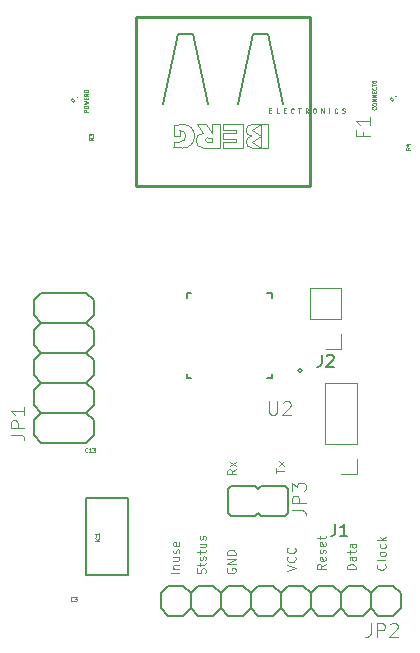
<source format=gbr>
%TF.GenerationSoftware,KiCad,Pcbnew,8.0.6*%
%TF.CreationDate,2024-11-27T18:57:58+00:00*%
%TF.ProjectId,wmk,776d6b2e-6b69-4636-9164-5f7063625858,rev?*%
%TF.SameCoordinates,Original*%
%TF.FileFunction,Legend,Top*%
%TF.FilePolarity,Positive*%
%FSLAX46Y46*%
G04 Gerber Fmt 4.6, Leading zero omitted, Abs format (unit mm)*
G04 Created by KiCad (PCBNEW 8.0.6) date 2024-11-27 18:57:58*
%MOMM*%
%LPD*%
G01*
G04 APERTURE LIST*
%ADD10C,0.065024*%
%ADD11C,0.150000*%
%ADD12C,0.114300*%
%ADD13C,0.083185*%
%ADD14C,0.032512*%
%ADD15C,0.093472*%
%ADD16C,0.120000*%
%ADD17C,0.152400*%
%ADD18C,0.254000*%
%ADD19C,0.050800*%
%ADD20C,0.063400*%
%ADD21C,0.125000*%
%ADD22C,0.127000*%
%ADD23C,0.200000*%
%ADD24C,0.203200*%
G04 APERTURE END LIST*
D10*
X162196088Y-100141679D02*
X162231697Y-100177287D01*
X162231697Y-100177287D02*
X162267305Y-100284113D01*
X162267305Y-100284113D02*
X162267305Y-100355329D01*
X162267305Y-100355329D02*
X162231697Y-100462154D01*
X162231697Y-100462154D02*
X162160480Y-100533371D01*
X162160480Y-100533371D02*
X162089263Y-100568980D01*
X162089263Y-100568980D02*
X161946829Y-100604588D01*
X161946829Y-100604588D02*
X161840004Y-100604588D01*
X161840004Y-100604588D02*
X161697571Y-100568980D01*
X161697571Y-100568980D02*
X161626354Y-100533371D01*
X161626354Y-100533371D02*
X161555137Y-100462154D01*
X161555137Y-100462154D02*
X161519529Y-100355329D01*
X161519529Y-100355329D02*
X161519529Y-100284113D01*
X161519529Y-100284113D02*
X161555137Y-100177287D01*
X161555137Y-100177287D02*
X161590746Y-100141679D01*
X162267305Y-99714378D02*
X162231697Y-99785595D01*
X162231697Y-99785595D02*
X162160480Y-99821204D01*
X162160480Y-99821204D02*
X161519529Y-99821204D01*
X162267305Y-99322686D02*
X162231697Y-99393903D01*
X162231697Y-99393903D02*
X162196088Y-99429512D01*
X162196088Y-99429512D02*
X162124871Y-99465120D01*
X162124871Y-99465120D02*
X161911221Y-99465120D01*
X161911221Y-99465120D02*
X161840004Y-99429512D01*
X161840004Y-99429512D02*
X161804396Y-99393903D01*
X161804396Y-99393903D02*
X161768788Y-99322686D01*
X161768788Y-99322686D02*
X161768788Y-99215861D01*
X161768788Y-99215861D02*
X161804396Y-99144645D01*
X161804396Y-99144645D02*
X161840004Y-99109036D01*
X161840004Y-99109036D02*
X161911221Y-99073428D01*
X161911221Y-99073428D02*
X162124871Y-99073428D01*
X162124871Y-99073428D02*
X162196088Y-99109036D01*
X162196088Y-99109036D02*
X162231697Y-99144645D01*
X162231697Y-99144645D02*
X162267305Y-99215861D01*
X162267305Y-99215861D02*
X162267305Y-99322686D01*
X162231697Y-98432477D02*
X162267305Y-98503694D01*
X162267305Y-98503694D02*
X162267305Y-98646127D01*
X162267305Y-98646127D02*
X162231697Y-98717344D01*
X162231697Y-98717344D02*
X162196088Y-98752953D01*
X162196088Y-98752953D02*
X162124871Y-98788561D01*
X162124871Y-98788561D02*
X161911221Y-98788561D01*
X161911221Y-98788561D02*
X161840004Y-98752953D01*
X161840004Y-98752953D02*
X161804396Y-98717344D01*
X161804396Y-98717344D02*
X161768788Y-98646127D01*
X161768788Y-98646127D02*
X161768788Y-98503694D01*
X161768788Y-98503694D02*
X161804396Y-98432477D01*
X162267305Y-98112002D02*
X161519529Y-98112002D01*
X161982438Y-98040785D02*
X162267305Y-97827135D01*
X161768788Y-97827135D02*
X162053655Y-98112002D01*
X146991697Y-100922088D02*
X147027305Y-100815263D01*
X147027305Y-100815263D02*
X147027305Y-100637221D01*
X147027305Y-100637221D02*
X146991697Y-100566004D01*
X146991697Y-100566004D02*
X146956088Y-100530396D01*
X146956088Y-100530396D02*
X146884871Y-100494787D01*
X146884871Y-100494787D02*
X146813655Y-100494787D01*
X146813655Y-100494787D02*
X146742438Y-100530396D01*
X146742438Y-100530396D02*
X146706829Y-100566004D01*
X146706829Y-100566004D02*
X146671221Y-100637221D01*
X146671221Y-100637221D02*
X146635613Y-100779654D01*
X146635613Y-100779654D02*
X146600004Y-100850871D01*
X146600004Y-100850871D02*
X146564396Y-100886480D01*
X146564396Y-100886480D02*
X146493179Y-100922088D01*
X146493179Y-100922088D02*
X146421962Y-100922088D01*
X146421962Y-100922088D02*
X146350746Y-100886480D01*
X146350746Y-100886480D02*
X146315137Y-100850871D01*
X146315137Y-100850871D02*
X146279529Y-100779654D01*
X146279529Y-100779654D02*
X146279529Y-100601613D01*
X146279529Y-100601613D02*
X146315137Y-100494787D01*
X146528788Y-100281137D02*
X146528788Y-99996270D01*
X146279529Y-100174312D02*
X146920480Y-100174312D01*
X146920480Y-100174312D02*
X146991697Y-100138703D01*
X146991697Y-100138703D02*
X147027305Y-100067486D01*
X147027305Y-100067486D02*
X147027305Y-99996270D01*
X146991697Y-99782619D02*
X147027305Y-99711402D01*
X147027305Y-99711402D02*
X147027305Y-99568969D01*
X147027305Y-99568969D02*
X146991697Y-99497752D01*
X146991697Y-99497752D02*
X146920480Y-99462144D01*
X146920480Y-99462144D02*
X146884871Y-99462144D01*
X146884871Y-99462144D02*
X146813655Y-99497752D01*
X146813655Y-99497752D02*
X146778046Y-99568969D01*
X146778046Y-99568969D02*
X146778046Y-99675794D01*
X146778046Y-99675794D02*
X146742438Y-99747011D01*
X146742438Y-99747011D02*
X146671221Y-99782619D01*
X146671221Y-99782619D02*
X146635613Y-99782619D01*
X146635613Y-99782619D02*
X146564396Y-99747011D01*
X146564396Y-99747011D02*
X146528788Y-99675794D01*
X146528788Y-99675794D02*
X146528788Y-99568969D01*
X146528788Y-99568969D02*
X146564396Y-99497752D01*
X146528788Y-99248494D02*
X146528788Y-98963627D01*
X146279529Y-99141669D02*
X146920480Y-99141669D01*
X146920480Y-99141669D02*
X146991697Y-99106060D01*
X146991697Y-99106060D02*
X147027305Y-99034843D01*
X147027305Y-99034843D02*
X147027305Y-98963627D01*
X146528788Y-98393892D02*
X147027305Y-98393892D01*
X146528788Y-98714368D02*
X146920480Y-98714368D01*
X146920480Y-98714368D02*
X146991697Y-98678759D01*
X146991697Y-98678759D02*
X147027305Y-98607542D01*
X147027305Y-98607542D02*
X147027305Y-98500717D01*
X147027305Y-98500717D02*
X146991697Y-98429501D01*
X146991697Y-98429501D02*
X146956088Y-98393892D01*
X146991697Y-98073417D02*
X147027305Y-98002200D01*
X147027305Y-98002200D02*
X147027305Y-97859767D01*
X147027305Y-97859767D02*
X146991697Y-97788550D01*
X146991697Y-97788550D02*
X146920480Y-97752942D01*
X146920480Y-97752942D02*
X146884871Y-97752942D01*
X146884871Y-97752942D02*
X146813655Y-97788550D01*
X146813655Y-97788550D02*
X146778046Y-97859767D01*
X146778046Y-97859767D02*
X146778046Y-97966592D01*
X146778046Y-97966592D02*
X146742438Y-98037809D01*
X146742438Y-98037809D02*
X146671221Y-98073417D01*
X146671221Y-98073417D02*
X146635613Y-98073417D01*
X146635613Y-98073417D02*
X146564396Y-98037809D01*
X146564396Y-98037809D02*
X146528788Y-97966592D01*
X146528788Y-97966592D02*
X146528788Y-97859767D01*
X146528788Y-97859767D02*
X146564396Y-97788550D01*
X159727305Y-100568980D02*
X158979529Y-100568980D01*
X158979529Y-100568980D02*
X158979529Y-100390938D01*
X158979529Y-100390938D02*
X159015137Y-100284113D01*
X159015137Y-100284113D02*
X159086354Y-100212896D01*
X159086354Y-100212896D02*
X159157571Y-100177287D01*
X159157571Y-100177287D02*
X159300004Y-100141679D01*
X159300004Y-100141679D02*
X159406829Y-100141679D01*
X159406829Y-100141679D02*
X159549263Y-100177287D01*
X159549263Y-100177287D02*
X159620480Y-100212896D01*
X159620480Y-100212896D02*
X159691697Y-100284113D01*
X159691697Y-100284113D02*
X159727305Y-100390938D01*
X159727305Y-100390938D02*
X159727305Y-100568980D01*
X159727305Y-99500728D02*
X159335613Y-99500728D01*
X159335613Y-99500728D02*
X159264396Y-99536337D01*
X159264396Y-99536337D02*
X159228788Y-99607553D01*
X159228788Y-99607553D02*
X159228788Y-99749987D01*
X159228788Y-99749987D02*
X159264396Y-99821204D01*
X159691697Y-99500728D02*
X159727305Y-99571945D01*
X159727305Y-99571945D02*
X159727305Y-99749987D01*
X159727305Y-99749987D02*
X159691697Y-99821204D01*
X159691697Y-99821204D02*
X159620480Y-99856812D01*
X159620480Y-99856812D02*
X159549263Y-99856812D01*
X159549263Y-99856812D02*
X159478046Y-99821204D01*
X159478046Y-99821204D02*
X159442438Y-99749987D01*
X159442438Y-99749987D02*
X159442438Y-99571945D01*
X159442438Y-99571945D02*
X159406829Y-99500728D01*
X159228788Y-99251470D02*
X159228788Y-98966603D01*
X158979529Y-99144645D02*
X159620480Y-99144645D01*
X159620480Y-99144645D02*
X159691697Y-99109036D01*
X159691697Y-99109036D02*
X159727305Y-99037819D01*
X159727305Y-99037819D02*
X159727305Y-98966603D01*
X159727305Y-98396868D02*
X159335613Y-98396868D01*
X159335613Y-98396868D02*
X159264396Y-98432477D01*
X159264396Y-98432477D02*
X159228788Y-98503693D01*
X159228788Y-98503693D02*
X159228788Y-98646127D01*
X159228788Y-98646127D02*
X159264396Y-98717344D01*
X159691697Y-98396868D02*
X159727305Y-98468085D01*
X159727305Y-98468085D02*
X159727305Y-98646127D01*
X159727305Y-98646127D02*
X159691697Y-98717344D01*
X159691697Y-98717344D02*
X159620480Y-98752952D01*
X159620480Y-98752952D02*
X159549263Y-98752952D01*
X159549263Y-98752952D02*
X159478046Y-98717344D01*
X159478046Y-98717344D02*
X159442438Y-98646127D01*
X159442438Y-98646127D02*
X159442438Y-98468085D01*
X159442438Y-98468085D02*
X159406829Y-98396868D01*
X148855137Y-100494787D02*
X148819529Y-100566004D01*
X148819529Y-100566004D02*
X148819529Y-100672829D01*
X148819529Y-100672829D02*
X148855137Y-100779654D01*
X148855137Y-100779654D02*
X148926354Y-100850871D01*
X148926354Y-100850871D02*
X148997571Y-100886480D01*
X148997571Y-100886480D02*
X149140004Y-100922088D01*
X149140004Y-100922088D02*
X149246829Y-100922088D01*
X149246829Y-100922088D02*
X149389263Y-100886480D01*
X149389263Y-100886480D02*
X149460480Y-100850871D01*
X149460480Y-100850871D02*
X149531697Y-100779654D01*
X149531697Y-100779654D02*
X149567305Y-100672829D01*
X149567305Y-100672829D02*
X149567305Y-100601613D01*
X149567305Y-100601613D02*
X149531697Y-100494787D01*
X149531697Y-100494787D02*
X149496088Y-100459179D01*
X149496088Y-100459179D02*
X149246829Y-100459179D01*
X149246829Y-100459179D02*
X149246829Y-100601613D01*
X149567305Y-100138704D02*
X148819529Y-100138704D01*
X148819529Y-100138704D02*
X149567305Y-99711403D01*
X149567305Y-99711403D02*
X148819529Y-99711403D01*
X149567305Y-99355320D02*
X148819529Y-99355320D01*
X148819529Y-99355320D02*
X148819529Y-99177278D01*
X148819529Y-99177278D02*
X148855137Y-99070453D01*
X148855137Y-99070453D02*
X148926354Y-98999236D01*
X148926354Y-98999236D02*
X148997571Y-98963627D01*
X148997571Y-98963627D02*
X149140004Y-98928019D01*
X149140004Y-98928019D02*
X149246829Y-98928019D01*
X149246829Y-98928019D02*
X149389263Y-98963627D01*
X149389263Y-98963627D02*
X149460480Y-98999236D01*
X149460480Y-98999236D02*
X149531697Y-99070453D01*
X149531697Y-99070453D02*
X149567305Y-99177278D01*
X149567305Y-99177278D02*
X149567305Y-99355320D01*
X157187305Y-100141679D02*
X156831221Y-100390938D01*
X157187305Y-100568980D02*
X156439529Y-100568980D01*
X156439529Y-100568980D02*
X156439529Y-100284113D01*
X156439529Y-100284113D02*
X156475137Y-100212896D01*
X156475137Y-100212896D02*
X156510746Y-100177287D01*
X156510746Y-100177287D02*
X156581962Y-100141679D01*
X156581962Y-100141679D02*
X156688788Y-100141679D01*
X156688788Y-100141679D02*
X156760004Y-100177287D01*
X156760004Y-100177287D02*
X156795613Y-100212896D01*
X156795613Y-100212896D02*
X156831221Y-100284113D01*
X156831221Y-100284113D02*
X156831221Y-100568980D01*
X157151697Y-99536337D02*
X157187305Y-99607553D01*
X157187305Y-99607553D02*
X157187305Y-99749987D01*
X157187305Y-99749987D02*
X157151697Y-99821204D01*
X157151697Y-99821204D02*
X157080480Y-99856812D01*
X157080480Y-99856812D02*
X156795613Y-99856812D01*
X156795613Y-99856812D02*
X156724396Y-99821204D01*
X156724396Y-99821204D02*
X156688788Y-99749987D01*
X156688788Y-99749987D02*
X156688788Y-99607553D01*
X156688788Y-99607553D02*
X156724396Y-99536337D01*
X156724396Y-99536337D02*
X156795613Y-99500728D01*
X156795613Y-99500728D02*
X156866829Y-99500728D01*
X156866829Y-99500728D02*
X156938046Y-99856812D01*
X157151697Y-99215861D02*
X157187305Y-99144644D01*
X157187305Y-99144644D02*
X157187305Y-99002211D01*
X157187305Y-99002211D02*
X157151697Y-98930994D01*
X157151697Y-98930994D02*
X157080480Y-98895386D01*
X157080480Y-98895386D02*
X157044871Y-98895386D01*
X157044871Y-98895386D02*
X156973655Y-98930994D01*
X156973655Y-98930994D02*
X156938046Y-99002211D01*
X156938046Y-99002211D02*
X156938046Y-99109036D01*
X156938046Y-99109036D02*
X156902438Y-99180253D01*
X156902438Y-99180253D02*
X156831221Y-99215861D01*
X156831221Y-99215861D02*
X156795613Y-99215861D01*
X156795613Y-99215861D02*
X156724396Y-99180253D01*
X156724396Y-99180253D02*
X156688788Y-99109036D01*
X156688788Y-99109036D02*
X156688788Y-99002211D01*
X156688788Y-99002211D02*
X156724396Y-98930994D01*
X157151697Y-98290044D02*
X157187305Y-98361260D01*
X157187305Y-98361260D02*
X157187305Y-98503694D01*
X157187305Y-98503694D02*
X157151697Y-98574911D01*
X157151697Y-98574911D02*
X157080480Y-98610519D01*
X157080480Y-98610519D02*
X156795613Y-98610519D01*
X156795613Y-98610519D02*
X156724396Y-98574911D01*
X156724396Y-98574911D02*
X156688788Y-98503694D01*
X156688788Y-98503694D02*
X156688788Y-98361260D01*
X156688788Y-98361260D02*
X156724396Y-98290044D01*
X156724396Y-98290044D02*
X156795613Y-98254435D01*
X156795613Y-98254435D02*
X156866829Y-98254435D01*
X156866829Y-98254435D02*
X156938046Y-98610519D01*
X156688788Y-98040785D02*
X156688788Y-97755918D01*
X156439529Y-97933960D02*
X157080480Y-97933960D01*
X157080480Y-97933960D02*
X157151697Y-97898351D01*
X157151697Y-97898351D02*
X157187305Y-97827134D01*
X157187305Y-97827134D02*
X157187305Y-97755918D01*
X144804805Y-100886480D02*
X144057029Y-100886480D01*
X144306288Y-100530396D02*
X144804805Y-100530396D01*
X144377504Y-100530396D02*
X144341896Y-100494787D01*
X144341896Y-100494787D02*
X144306288Y-100423570D01*
X144306288Y-100423570D02*
X144306288Y-100316745D01*
X144306288Y-100316745D02*
X144341896Y-100245529D01*
X144341896Y-100245529D02*
X144413113Y-100209920D01*
X144413113Y-100209920D02*
X144804805Y-100209920D01*
X144306288Y-99533361D02*
X144804805Y-99533361D01*
X144306288Y-99853837D02*
X144697980Y-99853837D01*
X144697980Y-99853837D02*
X144769197Y-99818228D01*
X144769197Y-99818228D02*
X144804805Y-99747011D01*
X144804805Y-99747011D02*
X144804805Y-99640186D01*
X144804805Y-99640186D02*
X144769197Y-99568970D01*
X144769197Y-99568970D02*
X144733588Y-99533361D01*
X144769197Y-99212886D02*
X144804805Y-99141669D01*
X144804805Y-99141669D02*
X144804805Y-98999236D01*
X144804805Y-98999236D02*
X144769197Y-98928019D01*
X144769197Y-98928019D02*
X144697980Y-98892411D01*
X144697980Y-98892411D02*
X144662371Y-98892411D01*
X144662371Y-98892411D02*
X144591155Y-98928019D01*
X144591155Y-98928019D02*
X144555546Y-98999236D01*
X144555546Y-98999236D02*
X144555546Y-99106061D01*
X144555546Y-99106061D02*
X144519938Y-99177278D01*
X144519938Y-99177278D02*
X144448721Y-99212886D01*
X144448721Y-99212886D02*
X144413113Y-99212886D01*
X144413113Y-99212886D02*
X144341896Y-99177278D01*
X144341896Y-99177278D02*
X144306288Y-99106061D01*
X144306288Y-99106061D02*
X144306288Y-98999236D01*
X144306288Y-98999236D02*
X144341896Y-98928019D01*
X144769197Y-98287069D02*
X144804805Y-98358285D01*
X144804805Y-98358285D02*
X144804805Y-98500719D01*
X144804805Y-98500719D02*
X144769197Y-98571936D01*
X144769197Y-98571936D02*
X144697980Y-98607544D01*
X144697980Y-98607544D02*
X144413113Y-98607544D01*
X144413113Y-98607544D02*
X144341896Y-98571936D01*
X144341896Y-98571936D02*
X144306288Y-98500719D01*
X144306288Y-98500719D02*
X144306288Y-98358285D01*
X144306288Y-98358285D02*
X144341896Y-98287069D01*
X144341896Y-98287069D02*
X144413113Y-98251460D01*
X144413113Y-98251460D02*
X144484329Y-98251460D01*
X144484329Y-98251460D02*
X144555546Y-98607544D01*
X152957329Y-92436005D02*
X152957329Y-92008704D01*
X153705105Y-92222354D02*
X152957329Y-92222354D01*
X153705105Y-91830662D02*
X153206588Y-91438970D01*
X153206588Y-91830662D02*
X153705105Y-91438970D01*
X153899529Y-100675805D02*
X154647305Y-100426546D01*
X154647305Y-100426546D02*
X153899529Y-100177287D01*
X154576088Y-99500728D02*
X154611697Y-99536336D01*
X154611697Y-99536336D02*
X154647305Y-99643162D01*
X154647305Y-99643162D02*
X154647305Y-99714378D01*
X154647305Y-99714378D02*
X154611697Y-99821203D01*
X154611697Y-99821203D02*
X154540480Y-99892420D01*
X154540480Y-99892420D02*
X154469263Y-99928029D01*
X154469263Y-99928029D02*
X154326829Y-99963637D01*
X154326829Y-99963637D02*
X154220004Y-99963637D01*
X154220004Y-99963637D02*
X154077571Y-99928029D01*
X154077571Y-99928029D02*
X154006354Y-99892420D01*
X154006354Y-99892420D02*
X153935137Y-99821203D01*
X153935137Y-99821203D02*
X153899529Y-99714378D01*
X153899529Y-99714378D02*
X153899529Y-99643162D01*
X153899529Y-99643162D02*
X153935137Y-99536336D01*
X153935137Y-99536336D02*
X153970746Y-99500728D01*
X154576088Y-98752952D02*
X154611697Y-98788560D01*
X154611697Y-98788560D02*
X154647305Y-98895386D01*
X154647305Y-98895386D02*
X154647305Y-98966602D01*
X154647305Y-98966602D02*
X154611697Y-99073427D01*
X154611697Y-99073427D02*
X154540480Y-99144644D01*
X154540480Y-99144644D02*
X154469263Y-99180253D01*
X154469263Y-99180253D02*
X154326829Y-99215861D01*
X154326829Y-99215861D02*
X154220004Y-99215861D01*
X154220004Y-99215861D02*
X154077571Y-99180253D01*
X154077571Y-99180253D02*
X154006354Y-99144644D01*
X154006354Y-99144644D02*
X153935137Y-99073427D01*
X153935137Y-99073427D02*
X153899529Y-98966602D01*
X153899529Y-98966602D02*
X153899529Y-98895386D01*
X153899529Y-98895386D02*
X153935137Y-98788560D01*
X153935137Y-98788560D02*
X153970746Y-98752952D01*
X149605105Y-92101879D02*
X149249021Y-92351138D01*
X149605105Y-92529180D02*
X148857329Y-92529180D01*
X148857329Y-92529180D02*
X148857329Y-92244313D01*
X148857329Y-92244313D02*
X148892937Y-92173096D01*
X148892937Y-92173096D02*
X148928546Y-92137487D01*
X148928546Y-92137487D02*
X148999762Y-92101879D01*
X148999762Y-92101879D02*
X149106588Y-92101879D01*
X149106588Y-92101879D02*
X149177804Y-92137487D01*
X149177804Y-92137487D02*
X149213413Y-92173096D01*
X149213413Y-92173096D02*
X149249021Y-92244313D01*
X149249021Y-92244313D02*
X149249021Y-92529180D01*
X149605105Y-91852620D02*
X149106588Y-91460928D01*
X149106588Y-91852620D02*
X149605105Y-91460928D01*
D11*
X156866666Y-82409819D02*
X156866666Y-83124104D01*
X156866666Y-83124104D02*
X156819047Y-83266961D01*
X156819047Y-83266961D02*
X156723809Y-83362200D01*
X156723809Y-83362200D02*
X156580952Y-83409819D01*
X156580952Y-83409819D02*
X156485714Y-83409819D01*
X157295238Y-82505057D02*
X157342857Y-82457438D01*
X157342857Y-82457438D02*
X157438095Y-82409819D01*
X157438095Y-82409819D02*
X157676190Y-82409819D01*
X157676190Y-82409819D02*
X157771428Y-82457438D01*
X157771428Y-82457438D02*
X157819047Y-82505057D01*
X157819047Y-82505057D02*
X157866666Y-82600295D01*
X157866666Y-82600295D02*
X157866666Y-82695533D01*
X157866666Y-82695533D02*
X157819047Y-82838390D01*
X157819047Y-82838390D02*
X157247619Y-83409819D01*
X157247619Y-83409819D02*
X157866666Y-83409819D01*
D12*
X154333320Y-95542636D02*
X155158820Y-95542636D01*
X155158820Y-95542636D02*
X155323920Y-95597669D01*
X155323920Y-95597669D02*
X155433987Y-95707736D01*
X155433987Y-95707736D02*
X155489020Y-95872836D01*
X155489020Y-95872836D02*
X155489020Y-95982903D01*
X155489020Y-94992303D02*
X154333320Y-94992303D01*
X154333320Y-94992303D02*
X154333320Y-94552036D01*
X154333320Y-94552036D02*
X154388353Y-94441970D01*
X154388353Y-94441970D02*
X154443387Y-94386936D01*
X154443387Y-94386936D02*
X154553453Y-94331903D01*
X154553453Y-94331903D02*
X154718553Y-94331903D01*
X154718553Y-94331903D02*
X154828620Y-94386936D01*
X154828620Y-94386936D02*
X154883653Y-94441970D01*
X154883653Y-94441970D02*
X154938687Y-94552036D01*
X154938687Y-94552036D02*
X154938687Y-94992303D01*
X154333320Y-93946670D02*
X154333320Y-93231236D01*
X154333320Y-93231236D02*
X154773587Y-93616470D01*
X154773587Y-93616470D02*
X154773587Y-93451370D01*
X154773587Y-93451370D02*
X154828620Y-93341303D01*
X154828620Y-93341303D02*
X154883653Y-93286270D01*
X154883653Y-93286270D02*
X154993720Y-93231236D01*
X154993720Y-93231236D02*
X155268887Y-93231236D01*
X155268887Y-93231236D02*
X155378953Y-93286270D01*
X155378953Y-93286270D02*
X155433987Y-93341303D01*
X155433987Y-93341303D02*
X155489020Y-93451370D01*
X155489020Y-93451370D02*
X155489020Y-93781570D01*
X155489020Y-93781570D02*
X155433987Y-93891636D01*
X155433987Y-93891636D02*
X155378953Y-93946670D01*
D13*
X137011704Y-90608669D02*
X136995860Y-90624514D01*
X136995860Y-90624514D02*
X136948325Y-90640358D01*
X136948325Y-90640358D02*
X136916636Y-90640358D01*
X136916636Y-90640358D02*
X136869102Y-90624514D01*
X136869102Y-90624514D02*
X136837412Y-90592824D01*
X136837412Y-90592824D02*
X136821567Y-90561134D01*
X136821567Y-90561134D02*
X136805723Y-90497755D01*
X136805723Y-90497755D02*
X136805723Y-90450221D01*
X136805723Y-90450221D02*
X136821567Y-90386842D01*
X136821567Y-90386842D02*
X136837412Y-90355153D01*
X136837412Y-90355153D02*
X136869102Y-90323463D01*
X136869102Y-90323463D02*
X136916636Y-90307618D01*
X136916636Y-90307618D02*
X136948325Y-90307618D01*
X136948325Y-90307618D02*
X136995860Y-90323463D01*
X136995860Y-90323463D02*
X137011704Y-90339308D01*
X137328600Y-90640358D02*
X137138463Y-90640358D01*
X137233531Y-90640358D02*
X137233531Y-90307618D01*
X137233531Y-90307618D02*
X137201842Y-90355153D01*
X137201842Y-90355153D02*
X137170152Y-90386842D01*
X137170152Y-90386842D02*
X137138463Y-90402687D01*
X137439513Y-90307618D02*
X137645495Y-90307618D01*
X137645495Y-90307618D02*
X137534581Y-90434376D01*
X137534581Y-90434376D02*
X137582116Y-90434376D01*
X137582116Y-90434376D02*
X137613805Y-90450221D01*
X137613805Y-90450221D02*
X137629650Y-90466066D01*
X137629650Y-90466066D02*
X137645495Y-90497755D01*
X137645495Y-90497755D02*
X137645495Y-90576979D01*
X137645495Y-90576979D02*
X137629650Y-90608669D01*
X137629650Y-90608669D02*
X137613805Y-90624514D01*
X137613805Y-90624514D02*
X137582116Y-90640358D01*
X137582116Y-90640358D02*
X137487047Y-90640358D01*
X137487047Y-90640358D02*
X137455358Y-90624514D01*
X137455358Y-90624514D02*
X137439513Y-90608669D01*
D14*
X152421509Y-61720307D02*
X152546139Y-61720307D01*
X152599551Y-61916153D02*
X152421509Y-61916153D01*
X152421509Y-61916153D02*
X152421509Y-61542265D01*
X152421509Y-61542265D02*
X152599551Y-61542265D01*
X153222698Y-61916153D02*
X153044656Y-61916153D01*
X153044656Y-61916153D02*
X153044656Y-61542265D01*
X153632194Y-61720307D02*
X153756824Y-61720307D01*
X153810236Y-61916153D02*
X153632194Y-61916153D01*
X153632194Y-61916153D02*
X153632194Y-61542265D01*
X153632194Y-61542265D02*
X153810236Y-61542265D01*
X154468992Y-61880544D02*
X154451188Y-61898349D01*
X154451188Y-61898349D02*
X154397775Y-61916153D01*
X154397775Y-61916153D02*
X154362167Y-61916153D01*
X154362167Y-61916153D02*
X154308754Y-61898349D01*
X154308754Y-61898349D02*
X154273146Y-61862740D01*
X154273146Y-61862740D02*
X154255341Y-61827132D01*
X154255341Y-61827132D02*
X154237537Y-61755915D01*
X154237537Y-61755915D02*
X154237537Y-61702502D01*
X154237537Y-61702502D02*
X154255341Y-61631286D01*
X154255341Y-61631286D02*
X154273146Y-61595677D01*
X154273146Y-61595677D02*
X154308754Y-61560069D01*
X154308754Y-61560069D02*
X154362167Y-61542265D01*
X154362167Y-61542265D02*
X154397775Y-61542265D01*
X154397775Y-61542265D02*
X154451188Y-61560069D01*
X154451188Y-61560069D02*
X154468992Y-61577873D01*
X154860684Y-61542265D02*
X155074334Y-61542265D01*
X154967509Y-61916153D02*
X154967509Y-61542265D01*
X155697481Y-61916153D02*
X155572851Y-61738111D01*
X155483830Y-61916153D02*
X155483830Y-61542265D01*
X155483830Y-61542265D02*
X155626264Y-61542265D01*
X155626264Y-61542265D02*
X155661872Y-61560069D01*
X155661872Y-61560069D02*
X155679677Y-61577873D01*
X155679677Y-61577873D02*
X155697481Y-61613481D01*
X155697481Y-61613481D02*
X155697481Y-61666894D01*
X155697481Y-61666894D02*
X155679677Y-61702502D01*
X155679677Y-61702502D02*
X155661872Y-61720307D01*
X155661872Y-61720307D02*
X155626264Y-61738111D01*
X155626264Y-61738111D02*
X155483830Y-61738111D01*
X156213802Y-61542265D02*
X156285019Y-61542265D01*
X156285019Y-61542265D02*
X156320627Y-61560069D01*
X156320627Y-61560069D02*
X156356236Y-61595677D01*
X156356236Y-61595677D02*
X156374040Y-61666894D01*
X156374040Y-61666894D02*
X156374040Y-61791523D01*
X156374040Y-61791523D02*
X156356236Y-61862740D01*
X156356236Y-61862740D02*
X156320627Y-61898349D01*
X156320627Y-61898349D02*
X156285019Y-61916153D01*
X156285019Y-61916153D02*
X156213802Y-61916153D01*
X156213802Y-61916153D02*
X156178194Y-61898349D01*
X156178194Y-61898349D02*
X156142585Y-61862740D01*
X156142585Y-61862740D02*
X156124781Y-61791523D01*
X156124781Y-61791523D02*
X156124781Y-61666894D01*
X156124781Y-61666894D02*
X156142585Y-61595677D01*
X156142585Y-61595677D02*
X156178194Y-61560069D01*
X156178194Y-61560069D02*
X156213802Y-61542265D01*
X156819144Y-61916153D02*
X156819144Y-61542265D01*
X156819144Y-61542265D02*
X157032795Y-61916153D01*
X157032795Y-61916153D02*
X157032795Y-61542265D01*
X157495703Y-61916153D02*
X157495703Y-61542265D01*
X158172263Y-61880544D02*
X158154459Y-61898349D01*
X158154459Y-61898349D02*
X158101046Y-61916153D01*
X158101046Y-61916153D02*
X158065438Y-61916153D01*
X158065438Y-61916153D02*
X158012025Y-61898349D01*
X158012025Y-61898349D02*
X157976417Y-61862740D01*
X157976417Y-61862740D02*
X157958612Y-61827132D01*
X157958612Y-61827132D02*
X157940808Y-61755915D01*
X157940808Y-61755915D02*
X157940808Y-61702502D01*
X157940808Y-61702502D02*
X157958612Y-61631286D01*
X157958612Y-61631286D02*
X157976417Y-61595677D01*
X157976417Y-61595677D02*
X158012025Y-61560069D01*
X158012025Y-61560069D02*
X158065438Y-61542265D01*
X158065438Y-61542265D02*
X158101046Y-61542265D01*
X158101046Y-61542265D02*
X158154459Y-61560069D01*
X158154459Y-61560069D02*
X158172263Y-61577873D01*
X158599563Y-61898349D02*
X158652976Y-61916153D01*
X158652976Y-61916153D02*
X158741997Y-61916153D01*
X158741997Y-61916153D02*
X158777605Y-61898349D01*
X158777605Y-61898349D02*
X158795409Y-61880544D01*
X158795409Y-61880544D02*
X158813214Y-61844936D01*
X158813214Y-61844936D02*
X158813214Y-61809328D01*
X158813214Y-61809328D02*
X158795409Y-61773719D01*
X158795409Y-61773719D02*
X158777605Y-61755915D01*
X158777605Y-61755915D02*
X158741997Y-61738111D01*
X158741997Y-61738111D02*
X158670780Y-61720307D01*
X158670780Y-61720307D02*
X158635172Y-61702502D01*
X158635172Y-61702502D02*
X158617367Y-61684698D01*
X158617367Y-61684698D02*
X158599563Y-61649090D01*
X158599563Y-61649090D02*
X158599563Y-61613481D01*
X158599563Y-61613481D02*
X158617367Y-61577873D01*
X158617367Y-61577873D02*
X158635172Y-61560069D01*
X158635172Y-61560069D02*
X158670780Y-61542265D01*
X158670780Y-61542265D02*
X158759801Y-61542265D01*
X158759801Y-61542265D02*
X158813214Y-61560069D01*
D15*
X160331415Y-63526148D02*
X160331415Y-63918324D01*
X160947692Y-63918324D02*
X159771164Y-63918324D01*
X159771164Y-63918324D02*
X159771164Y-63358072D01*
X160947692Y-62293594D02*
X160947692Y-62965896D01*
X160947692Y-62629745D02*
X159771164Y-62629745D01*
X159771164Y-62629745D02*
X159939239Y-62741795D01*
X159939239Y-62741795D02*
X160051289Y-62853846D01*
X160051289Y-62853846D02*
X160107315Y-62965896D01*
D13*
X135793486Y-103224564D02*
X135777642Y-103240409D01*
X135777642Y-103240409D02*
X135730107Y-103256253D01*
X135730107Y-103256253D02*
X135698418Y-103256253D01*
X135698418Y-103256253D02*
X135650884Y-103240409D01*
X135650884Y-103240409D02*
X135619194Y-103208719D01*
X135619194Y-103208719D02*
X135603349Y-103177029D01*
X135603349Y-103177029D02*
X135587505Y-103113650D01*
X135587505Y-103113650D02*
X135587505Y-103066116D01*
X135587505Y-103066116D02*
X135603349Y-103002737D01*
X135603349Y-103002737D02*
X135619194Y-102971048D01*
X135619194Y-102971048D02*
X135650884Y-102939358D01*
X135650884Y-102939358D02*
X135698418Y-102923513D01*
X135698418Y-102923513D02*
X135730107Y-102923513D01*
X135730107Y-102923513D02*
X135777642Y-102939358D01*
X135777642Y-102939358D02*
X135793486Y-102955203D01*
X135904400Y-102923513D02*
X136110382Y-102923513D01*
X136110382Y-102923513D02*
X135999468Y-103050271D01*
X135999468Y-103050271D02*
X136047003Y-103050271D01*
X136047003Y-103050271D02*
X136078692Y-103066116D01*
X136078692Y-103066116D02*
X136094537Y-103081961D01*
X136094537Y-103081961D02*
X136110382Y-103113650D01*
X136110382Y-103113650D02*
X136110382Y-103192874D01*
X136110382Y-103192874D02*
X136094537Y-103224564D01*
X136094537Y-103224564D02*
X136078692Y-103240409D01*
X136078692Y-103240409D02*
X136047003Y-103256253D01*
X136047003Y-103256253D02*
X135951934Y-103256253D01*
X135951934Y-103256253D02*
X135920245Y-103240409D01*
X135920245Y-103240409D02*
X135904400Y-103224564D01*
X137074358Y-61850386D02*
X136741618Y-61850386D01*
X136741618Y-61850386D02*
X136741618Y-61723628D01*
X136741618Y-61723628D02*
X136757463Y-61691938D01*
X136757463Y-61691938D02*
X136773308Y-61676093D01*
X136773308Y-61676093D02*
X136804997Y-61660249D01*
X136804997Y-61660249D02*
X136852532Y-61660249D01*
X136852532Y-61660249D02*
X136884221Y-61676093D01*
X136884221Y-61676093D02*
X136900066Y-61691938D01*
X136900066Y-61691938D02*
X136915911Y-61723628D01*
X136915911Y-61723628D02*
X136915911Y-61850386D01*
X136741618Y-61454267D02*
X136741618Y-61390888D01*
X136741618Y-61390888D02*
X136757463Y-61359198D01*
X136757463Y-61359198D02*
X136789153Y-61327509D01*
X136789153Y-61327509D02*
X136852532Y-61311664D01*
X136852532Y-61311664D02*
X136963445Y-61311664D01*
X136963445Y-61311664D02*
X137026824Y-61327509D01*
X137026824Y-61327509D02*
X137058514Y-61359198D01*
X137058514Y-61359198D02*
X137074358Y-61390888D01*
X137074358Y-61390888D02*
X137074358Y-61454267D01*
X137074358Y-61454267D02*
X137058514Y-61485956D01*
X137058514Y-61485956D02*
X137026824Y-61517646D01*
X137026824Y-61517646D02*
X136963445Y-61533490D01*
X136963445Y-61533490D02*
X136852532Y-61533490D01*
X136852532Y-61533490D02*
X136789153Y-61517646D01*
X136789153Y-61517646D02*
X136757463Y-61485956D01*
X136757463Y-61485956D02*
X136741618Y-61454267D01*
X136741618Y-61200750D02*
X137074358Y-61121526D01*
X137074358Y-61121526D02*
X136836687Y-61058147D01*
X136836687Y-61058147D02*
X137074358Y-60994768D01*
X137074358Y-60994768D02*
X136741618Y-60915545D01*
X136900066Y-60788787D02*
X136900066Y-60677873D01*
X137074358Y-60630339D02*
X137074358Y-60788787D01*
X137074358Y-60788787D02*
X136741618Y-60788787D01*
X136741618Y-60788787D02*
X136741618Y-60630339D01*
X137074358Y-60297600D02*
X136915911Y-60408513D01*
X137074358Y-60487737D02*
X136741618Y-60487737D01*
X136741618Y-60487737D02*
X136741618Y-60360979D01*
X136741618Y-60360979D02*
X136757463Y-60329289D01*
X136757463Y-60329289D02*
X136773308Y-60313444D01*
X136773308Y-60313444D02*
X136804997Y-60297600D01*
X136804997Y-60297600D02*
X136852532Y-60297600D01*
X136852532Y-60297600D02*
X136884221Y-60313444D01*
X136884221Y-60313444D02*
X136900066Y-60329289D01*
X136900066Y-60329289D02*
X136915911Y-60360979D01*
X136915911Y-60360979D02*
X136915911Y-60487737D01*
X136741618Y-60091618D02*
X136741618Y-60059928D01*
X136741618Y-60059928D02*
X136757463Y-60028239D01*
X136757463Y-60028239D02*
X136773308Y-60012394D01*
X136773308Y-60012394D02*
X136804997Y-59996549D01*
X136804997Y-59996549D02*
X136868376Y-59980704D01*
X136868376Y-59980704D02*
X136947600Y-59980704D01*
X136947600Y-59980704D02*
X137010979Y-59996549D01*
X137010979Y-59996549D02*
X137042669Y-60012394D01*
X137042669Y-60012394D02*
X137058514Y-60028239D01*
X137058514Y-60028239D02*
X137074358Y-60059928D01*
X137074358Y-60059928D02*
X137074358Y-60091618D01*
X137074358Y-60091618D02*
X137058514Y-60123307D01*
X137058514Y-60123307D02*
X137042669Y-60139152D01*
X137042669Y-60139152D02*
X137010979Y-60154997D01*
X137010979Y-60154997D02*
X136947600Y-60170841D01*
X136947600Y-60170841D02*
X136868376Y-60170841D01*
X136868376Y-60170841D02*
X136804997Y-60154997D01*
X136804997Y-60154997D02*
X136773308Y-60139152D01*
X136773308Y-60139152D02*
X136757463Y-60123307D01*
X136757463Y-60123307D02*
X136741618Y-60091618D01*
D11*
X158014266Y-96740819D02*
X158014266Y-97455104D01*
X158014266Y-97455104D02*
X157966647Y-97597961D01*
X157966647Y-97597961D02*
X157871409Y-97693200D01*
X157871409Y-97693200D02*
X157728552Y-97740819D01*
X157728552Y-97740819D02*
X157633314Y-97740819D01*
X159014266Y-97740819D02*
X158442838Y-97740819D01*
X158728552Y-97740819D02*
X158728552Y-96740819D01*
X158728552Y-96740819D02*
X158633314Y-96883676D01*
X158633314Y-96883676D02*
X158538076Y-96978914D01*
X158538076Y-96978914D02*
X158442838Y-97026533D01*
D13*
X137505053Y-64041913D02*
X137346606Y-64152826D01*
X137505053Y-64232050D02*
X137172313Y-64232050D01*
X137172313Y-64232050D02*
X137172313Y-64105292D01*
X137172313Y-64105292D02*
X137188158Y-64073602D01*
X137188158Y-64073602D02*
X137204003Y-64057757D01*
X137204003Y-64057757D02*
X137235692Y-64041913D01*
X137235692Y-64041913D02*
X137283227Y-64041913D01*
X137283227Y-64041913D02*
X137314916Y-64057757D01*
X137314916Y-64057757D02*
X137330761Y-64073602D01*
X137330761Y-64073602D02*
X137346606Y-64105292D01*
X137346606Y-64105292D02*
X137346606Y-64232050D01*
X137172313Y-63930999D02*
X137172313Y-63725017D01*
X137172313Y-63725017D02*
X137299071Y-63835931D01*
X137299071Y-63835931D02*
X137299071Y-63788396D01*
X137299071Y-63788396D02*
X137314916Y-63756707D01*
X137314916Y-63756707D02*
X137330761Y-63740862D01*
X137330761Y-63740862D02*
X137362450Y-63725017D01*
X137362450Y-63725017D02*
X137441674Y-63725017D01*
X137441674Y-63725017D02*
X137473364Y-63740862D01*
X137473364Y-63740862D02*
X137489209Y-63756707D01*
X137489209Y-63756707D02*
X137505053Y-63788396D01*
X137505053Y-63788396D02*
X137505053Y-63883465D01*
X137505053Y-63883465D02*
X137489209Y-63915154D01*
X137489209Y-63915154D02*
X137473364Y-63930999D01*
D15*
X152392775Y-86338464D02*
X152392775Y-87290891D01*
X152392775Y-87290891D02*
X152448800Y-87402941D01*
X152448800Y-87402941D02*
X152504826Y-87458967D01*
X152504826Y-87458967D02*
X152616876Y-87514992D01*
X152616876Y-87514992D02*
X152840976Y-87514992D01*
X152840976Y-87514992D02*
X152953027Y-87458967D01*
X152953027Y-87458967D02*
X153009052Y-87402941D01*
X153009052Y-87402941D02*
X153065077Y-87290891D01*
X153065077Y-87290891D02*
X153065077Y-86338464D01*
X153569303Y-86450514D02*
X153625328Y-86394489D01*
X153625328Y-86394489D02*
X153737379Y-86338464D01*
X153737379Y-86338464D02*
X154017504Y-86338464D01*
X154017504Y-86338464D02*
X154129555Y-86394489D01*
X154129555Y-86394489D02*
X154185580Y-86450514D01*
X154185580Y-86450514D02*
X154241605Y-86562564D01*
X154241605Y-86562564D02*
X154241605Y-86674615D01*
X154241605Y-86674615D02*
X154185580Y-86842690D01*
X154185580Y-86842690D02*
X153513278Y-87514992D01*
X153513278Y-87514992D02*
X154241605Y-87514992D01*
D13*
X138024553Y-98193350D02*
X137691813Y-98193350D01*
X137992864Y-97844765D02*
X138008709Y-97860609D01*
X138008709Y-97860609D02*
X138024553Y-97908144D01*
X138024553Y-97908144D02*
X138024553Y-97939833D01*
X138024553Y-97939833D02*
X138008709Y-97987367D01*
X138008709Y-97987367D02*
X137977019Y-98019057D01*
X137977019Y-98019057D02*
X137945329Y-98034902D01*
X137945329Y-98034902D02*
X137881950Y-98050746D01*
X137881950Y-98050746D02*
X137834416Y-98050746D01*
X137834416Y-98050746D02*
X137771037Y-98034902D01*
X137771037Y-98034902D02*
X137739348Y-98019057D01*
X137739348Y-98019057D02*
X137707658Y-97987367D01*
X137707658Y-97987367D02*
X137691813Y-97939833D01*
X137691813Y-97939833D02*
X137691813Y-97908144D01*
X137691813Y-97908144D02*
X137707658Y-97860609D01*
X137707658Y-97860609D02*
X137723503Y-97844765D01*
X138024553Y-97527869D02*
X138024553Y-97718006D01*
X138024553Y-97622938D02*
X137691813Y-97622938D01*
X137691813Y-97622938D02*
X137739348Y-97654627D01*
X137739348Y-97654627D02*
X137771037Y-97686317D01*
X137771037Y-97686317D02*
X137786882Y-97718006D01*
D12*
X160996900Y-105127258D02*
X160996900Y-105952758D01*
X160996900Y-105952758D02*
X160941867Y-106117858D01*
X160941867Y-106117858D02*
X160831800Y-106227925D01*
X160831800Y-106227925D02*
X160666700Y-106282958D01*
X160666700Y-106282958D02*
X160556634Y-106282958D01*
X161547233Y-106282958D02*
X161547233Y-105127258D01*
X161547233Y-105127258D02*
X161987500Y-105127258D01*
X161987500Y-105127258D02*
X162097567Y-105182291D01*
X162097567Y-105182291D02*
X162152600Y-105237325D01*
X162152600Y-105237325D02*
X162207633Y-105347391D01*
X162207633Y-105347391D02*
X162207633Y-105512491D01*
X162207633Y-105512491D02*
X162152600Y-105622558D01*
X162152600Y-105622558D02*
X162097567Y-105677591D01*
X162097567Y-105677591D02*
X161987500Y-105732625D01*
X161987500Y-105732625D02*
X161547233Y-105732625D01*
X162647900Y-105237325D02*
X162702933Y-105182291D01*
X162702933Y-105182291D02*
X162813000Y-105127258D01*
X162813000Y-105127258D02*
X163088167Y-105127258D01*
X163088167Y-105127258D02*
X163198233Y-105182291D01*
X163198233Y-105182291D02*
X163253267Y-105237325D01*
X163253267Y-105237325D02*
X163308300Y-105347391D01*
X163308300Y-105347391D02*
X163308300Y-105457458D01*
X163308300Y-105457458D02*
X163253267Y-105622558D01*
X163253267Y-105622558D02*
X162592867Y-106282958D01*
X162592867Y-106282958D02*
X163308300Y-106282958D01*
D13*
X164313853Y-64854113D02*
X164155406Y-64965026D01*
X164313853Y-65044250D02*
X163981113Y-65044250D01*
X163981113Y-65044250D02*
X163981113Y-64917492D01*
X163981113Y-64917492D02*
X163996958Y-64885802D01*
X163996958Y-64885802D02*
X164012803Y-64869957D01*
X164012803Y-64869957D02*
X164044492Y-64854113D01*
X164044492Y-64854113D02*
X164092027Y-64854113D01*
X164092027Y-64854113D02*
X164123716Y-64869957D01*
X164123716Y-64869957D02*
X164139561Y-64885802D01*
X164139561Y-64885802D02*
X164155406Y-64917492D01*
X164155406Y-64917492D02*
X164155406Y-65044250D01*
X164092027Y-64568907D02*
X164313853Y-64568907D01*
X163965269Y-64648131D02*
X164202940Y-64727354D01*
X164202940Y-64727354D02*
X164202940Y-64521373D01*
X161433069Y-61443261D02*
X161448914Y-61459105D01*
X161448914Y-61459105D02*
X161464758Y-61506640D01*
X161464758Y-61506640D02*
X161464758Y-61538329D01*
X161464758Y-61538329D02*
X161448914Y-61585863D01*
X161448914Y-61585863D02*
X161417224Y-61617553D01*
X161417224Y-61617553D02*
X161385534Y-61633398D01*
X161385534Y-61633398D02*
X161322155Y-61649242D01*
X161322155Y-61649242D02*
X161274621Y-61649242D01*
X161274621Y-61649242D02*
X161211242Y-61633398D01*
X161211242Y-61633398D02*
X161179553Y-61617553D01*
X161179553Y-61617553D02*
X161147863Y-61585863D01*
X161147863Y-61585863D02*
X161132018Y-61538329D01*
X161132018Y-61538329D02*
X161132018Y-61506640D01*
X161132018Y-61506640D02*
X161147863Y-61459105D01*
X161147863Y-61459105D02*
X161163708Y-61443261D01*
X161132018Y-61237279D02*
X161132018Y-61173900D01*
X161132018Y-61173900D02*
X161147863Y-61142210D01*
X161147863Y-61142210D02*
X161179553Y-61110521D01*
X161179553Y-61110521D02*
X161242932Y-61094676D01*
X161242932Y-61094676D02*
X161353845Y-61094676D01*
X161353845Y-61094676D02*
X161417224Y-61110521D01*
X161417224Y-61110521D02*
X161448914Y-61142210D01*
X161448914Y-61142210D02*
X161464758Y-61173900D01*
X161464758Y-61173900D02*
X161464758Y-61237279D01*
X161464758Y-61237279D02*
X161448914Y-61268968D01*
X161448914Y-61268968D02*
X161417224Y-61300658D01*
X161417224Y-61300658D02*
X161353845Y-61316502D01*
X161353845Y-61316502D02*
X161242932Y-61316502D01*
X161242932Y-61316502D02*
X161179553Y-61300658D01*
X161179553Y-61300658D02*
X161147863Y-61268968D01*
X161147863Y-61268968D02*
X161132018Y-61237279D01*
X161464758Y-60952073D02*
X161132018Y-60952073D01*
X161132018Y-60952073D02*
X161464758Y-60761936D01*
X161464758Y-60761936D02*
X161132018Y-60761936D01*
X161464758Y-60603488D02*
X161132018Y-60603488D01*
X161132018Y-60603488D02*
X161464758Y-60413351D01*
X161464758Y-60413351D02*
X161132018Y-60413351D01*
X161290466Y-60254903D02*
X161290466Y-60143989D01*
X161464758Y-60096455D02*
X161464758Y-60254903D01*
X161464758Y-60254903D02*
X161132018Y-60254903D01*
X161132018Y-60254903D02*
X161132018Y-60096455D01*
X161433069Y-59763716D02*
X161448914Y-59779560D01*
X161448914Y-59779560D02*
X161464758Y-59827095D01*
X161464758Y-59827095D02*
X161464758Y-59858784D01*
X161464758Y-59858784D02*
X161448914Y-59906318D01*
X161448914Y-59906318D02*
X161417224Y-59938008D01*
X161417224Y-59938008D02*
X161385534Y-59953853D01*
X161385534Y-59953853D02*
X161322155Y-59969697D01*
X161322155Y-59969697D02*
X161274621Y-59969697D01*
X161274621Y-59969697D02*
X161211242Y-59953853D01*
X161211242Y-59953853D02*
X161179553Y-59938008D01*
X161179553Y-59938008D02*
X161147863Y-59906318D01*
X161147863Y-59906318D02*
X161132018Y-59858784D01*
X161132018Y-59858784D02*
X161132018Y-59827095D01*
X161132018Y-59827095D02*
X161147863Y-59779560D01*
X161147863Y-59779560D02*
X161163708Y-59763716D01*
X161132018Y-59668647D02*
X161132018Y-59478510D01*
X161464758Y-59573578D02*
X161132018Y-59573578D01*
X161132018Y-59304218D02*
X161132018Y-59272528D01*
X161132018Y-59272528D02*
X161147863Y-59240839D01*
X161147863Y-59240839D02*
X161163708Y-59224994D01*
X161163708Y-59224994D02*
X161195397Y-59209149D01*
X161195397Y-59209149D02*
X161258776Y-59193304D01*
X161258776Y-59193304D02*
X161338000Y-59193304D01*
X161338000Y-59193304D02*
X161401379Y-59209149D01*
X161401379Y-59209149D02*
X161433069Y-59224994D01*
X161433069Y-59224994D02*
X161448914Y-59240839D01*
X161448914Y-59240839D02*
X161464758Y-59272528D01*
X161464758Y-59272528D02*
X161464758Y-59304218D01*
X161464758Y-59304218D02*
X161448914Y-59335907D01*
X161448914Y-59335907D02*
X161433069Y-59351752D01*
X161433069Y-59351752D02*
X161401379Y-59367597D01*
X161401379Y-59367597D02*
X161338000Y-59383441D01*
X161338000Y-59383441D02*
X161258776Y-59383441D01*
X161258776Y-59383441D02*
X161195397Y-59367597D01*
X161195397Y-59367597D02*
X161163708Y-59351752D01*
X161163708Y-59351752D02*
X161147863Y-59335907D01*
X161147863Y-59335907D02*
X161132018Y-59304218D01*
D12*
X130523020Y-89173036D02*
X131348520Y-89173036D01*
X131348520Y-89173036D02*
X131513620Y-89228069D01*
X131513620Y-89228069D02*
X131623687Y-89338136D01*
X131623687Y-89338136D02*
X131678720Y-89503236D01*
X131678720Y-89503236D02*
X131678720Y-89613303D01*
X131678720Y-88622703D02*
X130523020Y-88622703D01*
X130523020Y-88622703D02*
X130523020Y-88182436D01*
X130523020Y-88182436D02*
X130578053Y-88072370D01*
X130578053Y-88072370D02*
X130633087Y-88017336D01*
X130633087Y-88017336D02*
X130743153Y-87962303D01*
X130743153Y-87962303D02*
X130908253Y-87962303D01*
X130908253Y-87962303D02*
X131018320Y-88017336D01*
X131018320Y-88017336D02*
X131073353Y-88072370D01*
X131073353Y-88072370D02*
X131128387Y-88182436D01*
X131128387Y-88182436D02*
X131128387Y-88622703D01*
X131678720Y-86861636D02*
X131678720Y-87522036D01*
X131678720Y-87191836D02*
X130523020Y-87191836D01*
X130523020Y-87191836D02*
X130688120Y-87301903D01*
X130688120Y-87301903D02*
X130798187Y-87411970D01*
X130798187Y-87411970D02*
X130853220Y-87522036D01*
D16*
%TO.C,J2*%
X158530000Y-81955000D02*
X157200000Y-81955000D01*
X158530000Y-80625000D02*
X158530000Y-81955000D01*
X158530000Y-79355000D02*
X158530000Y-76755000D01*
X158530000Y-79355000D02*
X155870000Y-79355000D01*
X158530000Y-76755000D02*
X155870000Y-76755000D01*
X155870000Y-79355000D02*
X155870000Y-76755000D01*
D17*
%TO.C,JP3*%
X153706000Y-93480000D02*
X151674000Y-93480000D01*
X153706000Y-93480000D02*
X153960000Y-93734000D01*
X151166000Y-93480000D02*
X149134000Y-93480000D01*
X151420000Y-93734000D02*
X151674000Y-93480000D01*
X151420000Y-93734000D02*
X151166000Y-93480000D01*
X148880000Y-93734000D02*
X149134000Y-93480000D01*
X148880000Y-93734000D02*
X148880000Y-95766000D01*
X153960000Y-95766000D02*
X153960000Y-93734000D01*
X151420000Y-95766000D02*
X151674000Y-96020000D01*
X151420000Y-95766000D02*
X151166000Y-96020000D01*
X148880000Y-95766000D02*
X149134000Y-96020000D01*
X153706000Y-96020000D02*
X153960000Y-95766000D01*
X153706000Y-96020000D02*
X151674000Y-96020000D01*
X151166000Y-96020000D02*
X149134000Y-96020000D01*
D18*
%TO.C,X1*%
X155901100Y-68113600D02*
X155901100Y-53813600D01*
X155901100Y-53813600D02*
X141101100Y-53813600D01*
D17*
X153581100Y-61133600D02*
X152311100Y-55283600D01*
D19*
X152336100Y-64903600D02*
X152336100Y-62903600D01*
X152336100Y-62903600D02*
X151711100Y-62903600D01*
D17*
X152311100Y-55283600D02*
X151041100Y-55283600D01*
D19*
X151711100Y-64903600D02*
X152336100Y-64903600D01*
X151711100Y-64903600D02*
X150961100Y-64403600D01*
X151711100Y-63903600D02*
X151711100Y-64903600D01*
X151711100Y-63903600D02*
X150961100Y-63403600D01*
X151711100Y-62903600D02*
X151711100Y-63903600D01*
D17*
X151041100Y-55283600D02*
X149771100Y-61133600D01*
D19*
X150961100Y-64903600D02*
X151711100Y-64903600D01*
X150961100Y-64403600D02*
X151711100Y-63903600D01*
X150961100Y-63403600D02*
X151711100Y-62903600D01*
X150961100Y-62903600D02*
X151711100Y-62903600D01*
X150211100Y-64903600D02*
X150211100Y-62903600D01*
X150211100Y-62903600D02*
X148461100Y-62903600D01*
X149586100Y-64403600D02*
X148461100Y-64403600D01*
X149586100Y-64153600D02*
X149586100Y-64403600D01*
X149586100Y-63653600D02*
X148461100Y-63653600D01*
X149586100Y-63403600D02*
X149586100Y-63653600D01*
X148461100Y-64903600D02*
X150211100Y-64903600D01*
X148461100Y-64403600D02*
X148461100Y-64903600D01*
X148461100Y-64153600D02*
X149586100Y-64153600D01*
X148461100Y-63653600D02*
X148461100Y-64153600D01*
X148461100Y-63403600D02*
X149586100Y-63403600D01*
X148461100Y-62903600D02*
X148461100Y-63403600D01*
X148211100Y-64903600D02*
X148211100Y-62903600D01*
X148211100Y-64903600D02*
X146836100Y-64903600D01*
X148211100Y-62903600D02*
X147586100Y-62903600D01*
X147586100Y-64403600D02*
X147586100Y-64028600D01*
X147586100Y-64403600D02*
X147211100Y-64403600D01*
X147586100Y-64028600D02*
X147211100Y-64028600D01*
X147586100Y-63653600D02*
X147086100Y-62903600D01*
X147586100Y-62903600D02*
X147586100Y-63653600D01*
D17*
X147231100Y-61133600D02*
X145961100Y-55283600D01*
D19*
X147086100Y-62903600D02*
X146336100Y-62903600D01*
X146336100Y-62903600D02*
X146836100Y-63653600D01*
D17*
X145961100Y-55283600D02*
X144691100Y-55283600D01*
D19*
X144836100Y-63903600D02*
X144836100Y-63403600D01*
X144836100Y-63903600D02*
X144336100Y-63903600D01*
D17*
X144691100Y-55283600D02*
X143421100Y-61133600D01*
D19*
X144341100Y-64403600D02*
X144341100Y-64848600D01*
X144336100Y-63903600D02*
X144336100Y-63028600D01*
D18*
X141101100Y-68113600D02*
X155901100Y-68113600D01*
X141101100Y-53813600D02*
X141101100Y-68113600D01*
D19*
X150961100Y-64903600D02*
G75*
G02*
X150961100Y-63903600I0J500000D01*
G01*
X150961100Y-63903600D02*
G75*
G02*
X150961100Y-62903600I0J500000D01*
G01*
X147211100Y-64403600D02*
G75*
G02*
X147211100Y-64028600I0J187500D01*
G01*
X146836100Y-64903600D02*
G75*
G02*
X146836100Y-63653600I0J625000D01*
G01*
X145086100Y-64903600D02*
G75*
G02*
X144326100Y-64848599I-119600J3625700D01*
G01*
X145086100Y-62903600D02*
G75*
G02*
X145086100Y-64903600I0J-1000000D01*
G01*
X144836100Y-64403600D02*
G75*
G02*
X144336100Y-64403600I-250000J1875028D01*
G01*
X144836100Y-63403600D02*
G75*
G02*
X144836100Y-64403600I0J-500000D01*
G01*
X144336100Y-63028600D02*
G75*
G02*
X145086100Y-62903600I760400J-2249900D01*
G01*
D20*
%TO.C,POWER0*%
X135745100Y-60687600D02*
X135920100Y-60862600D01*
X135595100Y-60837600D02*
X135745100Y-60687600D01*
X135920100Y-60862600D02*
X135770100Y-61012600D01*
X135770100Y-61012600D02*
X135595100Y-60837600D01*
D21*
X136232600Y-60587600D02*
G75*
G02*
X136107600Y-60587600I-62500J0D01*
G01*
X136107600Y-60587600D02*
G75*
G02*
X136232600Y-60587600I62500J0D01*
G01*
D16*
%TO.C,J1*%
X159830000Y-92520000D02*
X158500000Y-92520000D01*
X159830000Y-91190000D02*
X159830000Y-92520000D01*
X159830000Y-89920000D02*
X159830000Y-84780000D01*
X159830000Y-89920000D02*
X157170000Y-89920000D01*
X159830000Y-84780000D02*
X157170000Y-84780000D01*
X157170000Y-89920000D02*
X157170000Y-84780000D01*
D22*
%TO.C,U2*%
X152627200Y-84387300D02*
X152627200Y-83997300D01*
X152627200Y-77577300D02*
X152627200Y-77187300D01*
X152627200Y-77187300D02*
X152237200Y-77187300D01*
X152237200Y-84387300D02*
X152627200Y-84387300D01*
X145817200Y-77187300D02*
X145427200Y-77187300D01*
X145427200Y-84387300D02*
X145817200Y-84387300D01*
X145427200Y-83997300D02*
X145427200Y-84387300D01*
X145427200Y-77187300D02*
X145427200Y-77577300D01*
D23*
X155177200Y-83737300D02*
G75*
G02*
X154877200Y-83737300I-150000J0D01*
G01*
X154877200Y-83737300D02*
G75*
G02*
X155177200Y-83737300I150000J0D01*
G01*
D24*
%TO.C,IC1*%
X140466600Y-94534100D02*
X140466600Y-101088100D01*
X136910600Y-94534100D02*
X140466600Y-94534100D01*
X140466600Y-101088100D02*
X136910600Y-101088100D01*
X136910600Y-101088100D02*
X136910600Y-94534100D01*
D17*
%TO.C,JP2*%
X163527431Y-103884369D02*
X163527431Y-102614369D01*
X163527431Y-102614369D02*
X162892431Y-101979369D01*
X162892431Y-104519369D02*
X163527431Y-103884369D01*
X162892431Y-104519369D02*
X161622431Y-104519369D01*
X161622431Y-104519369D02*
X160987431Y-103884369D01*
X161622431Y-101979369D02*
X162892431Y-101979369D01*
X160987431Y-103884369D02*
X160987431Y-102614369D01*
X160987431Y-103884369D02*
X160352431Y-104519369D01*
X160987431Y-102614369D02*
X161622431Y-101979369D01*
X160352431Y-104519369D02*
X159082431Y-104519369D01*
X160352431Y-101979369D02*
X160987431Y-102614369D01*
X159082431Y-104519369D02*
X158447431Y-103884369D01*
X159082431Y-101979369D02*
X160352431Y-101979369D01*
X158447431Y-103884369D02*
X158447431Y-102614369D01*
X158447431Y-103884369D02*
X157812431Y-104519369D01*
X158447431Y-102614369D02*
X159082431Y-101979369D01*
X157812431Y-104519369D02*
X156542431Y-104519369D01*
X157812431Y-101979369D02*
X158447431Y-102614369D01*
X156542431Y-104519369D02*
X155907431Y-103884369D01*
X156542431Y-101979369D02*
X157812431Y-101979369D01*
X155907431Y-103884369D02*
X155907431Y-102614369D01*
X155907431Y-102614369D02*
X156542431Y-101979369D01*
X155907431Y-102614369D02*
X155272431Y-101979369D01*
X155272431Y-104519369D02*
X155907431Y-103884369D01*
X155272431Y-104519369D02*
X154002431Y-104519369D01*
X154002431Y-104519369D02*
X153367431Y-103884369D01*
X154002431Y-101979369D02*
X155272431Y-101979369D01*
X153367431Y-103884369D02*
X153367431Y-102614369D01*
X153367431Y-103884369D02*
X152732431Y-104519369D01*
X153367431Y-102614369D02*
X154002431Y-101979369D01*
X152732431Y-104519369D02*
X151462431Y-104519369D01*
X152732431Y-101979369D02*
X153367431Y-102614369D01*
X151462431Y-104519369D02*
X150827431Y-103884369D01*
X151462431Y-101979369D02*
X152732431Y-101979369D01*
X150827431Y-103884369D02*
X150827431Y-102614369D01*
X150827431Y-103884369D02*
X150192431Y-104519369D01*
X150827431Y-102614369D02*
X151462431Y-101979369D01*
X150192431Y-104519369D02*
X148922431Y-104519369D01*
X150192431Y-101979369D02*
X150827431Y-102614369D01*
X148922431Y-104519369D02*
X148287431Y-103884369D01*
X148922431Y-101979369D02*
X150192431Y-101979369D01*
X148287431Y-103884369D02*
X148287431Y-102614369D01*
X148287431Y-102614369D02*
X148922431Y-101979369D01*
X148287431Y-102614369D02*
X147652431Y-101979369D01*
X147652431Y-104519369D02*
X148287431Y-103884369D01*
X147652431Y-104519369D02*
X146382431Y-104519369D01*
X146382431Y-104519369D02*
X145747431Y-103884369D01*
X146382431Y-101979369D02*
X147652431Y-101979369D01*
X145747431Y-103884369D02*
X145747431Y-102614369D01*
X145747431Y-102614369D02*
X146382431Y-101979369D01*
X145747431Y-102614369D02*
X145112431Y-101979369D01*
X145112431Y-104519369D02*
X145747431Y-103884369D01*
X145112431Y-104519369D02*
X143842431Y-104519369D01*
X143842431Y-104519369D02*
X143207431Y-103884369D01*
X143842431Y-101979369D02*
X145112431Y-101979369D01*
X143207431Y-103884369D02*
X143207431Y-102614369D01*
X143207431Y-102614369D02*
X143842431Y-101979369D01*
D20*
%TO.C,CONNECT0*%
X162747900Y-60611400D02*
X162922900Y-60786400D01*
X162597900Y-60761400D02*
X162747900Y-60611400D01*
X162922900Y-60786400D02*
X162772900Y-60936400D01*
X162772900Y-60936400D02*
X162597900Y-60761400D01*
D21*
X163235400Y-60511400D02*
G75*
G02*
X163110400Y-60511400I-62500J0D01*
G01*
X163110400Y-60511400D02*
G75*
G02*
X163235400Y-60511400I62500J0D01*
G01*
D17*
%TO.C,JP1*%
X133096100Y-89853600D02*
X132461100Y-89218600D01*
X136906100Y-89853600D02*
X133096100Y-89853600D01*
X136906100Y-89853600D02*
X137541100Y-89218600D01*
X132461100Y-89218600D02*
X132461100Y-87948600D01*
X137541100Y-89218600D02*
X137541100Y-87948600D01*
X132461100Y-87948600D02*
X133096100Y-87313600D01*
X137541100Y-87948600D02*
X136906100Y-87313600D01*
X133096100Y-87313600D02*
X136906100Y-87313600D01*
X133096100Y-87313600D02*
X132461100Y-86678600D01*
X136906100Y-87313600D02*
X137541100Y-86678600D01*
X132461100Y-86678600D02*
X132461100Y-85408600D01*
X137541100Y-86678600D02*
X137541100Y-85408600D01*
X132461100Y-85408600D02*
X133096100Y-84773600D01*
X137541100Y-85408600D02*
X136906100Y-84773600D01*
X133096100Y-84773600D02*
X136906100Y-84773600D01*
X133096100Y-84773600D02*
X132461100Y-84138600D01*
X136906100Y-84773600D02*
X137541100Y-84138600D01*
X132461100Y-84138600D02*
X132461100Y-82868600D01*
X137541100Y-84138600D02*
X137541100Y-82868600D01*
X132461100Y-82868600D02*
X133096100Y-82233600D01*
X137541100Y-82868600D02*
X136906100Y-82233600D01*
X133096100Y-82233600D02*
X136906100Y-82233600D01*
X133096100Y-82233600D02*
X132461100Y-81598600D01*
X136906100Y-82233600D02*
X137541100Y-81598600D01*
X132461100Y-81598600D02*
X132461100Y-80328600D01*
X137541100Y-81598600D02*
X137541100Y-80328600D01*
X132461100Y-80328600D02*
X133096100Y-79693600D01*
X137541100Y-80328600D02*
X136906100Y-79693600D01*
X133096100Y-79693600D02*
X136906100Y-79693600D01*
X133096100Y-79693600D02*
X132461100Y-79058600D01*
X136906100Y-79693600D02*
X137541100Y-79058600D01*
X132461100Y-79058600D02*
X132461100Y-77788600D01*
X137541100Y-79058600D02*
X137541100Y-77788600D01*
X132461100Y-77788600D02*
X133096100Y-77153600D01*
X137541100Y-77788600D02*
X136906100Y-77153600D01*
X133096100Y-77153600D02*
X136906100Y-77153600D01*
%TD*%
M02*

</source>
